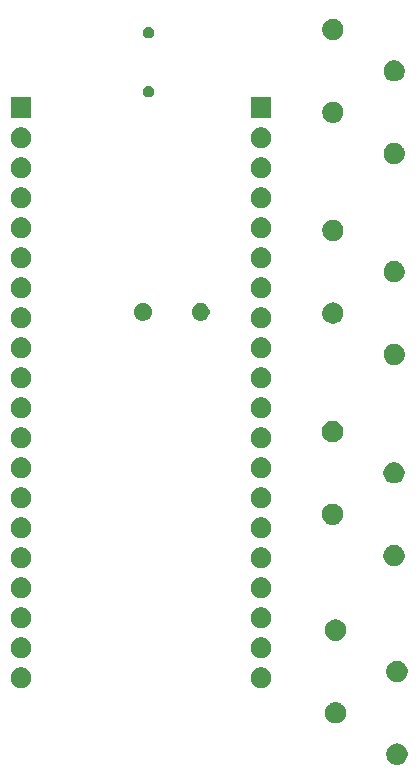
<source format=gbr>
G04 #@! TF.GenerationSoftware,KiCad,Pcbnew,(5.1.4)-1*
G04 #@! TF.CreationDate,2023-08-30T15:36:27+02:00*
G04 #@! TF.ProjectId,BeeWeight_MKRWAN_V4,42656557-6569-4676-9874-5f4d4b525741,V4*
G04 #@! TF.SameCoordinates,Original*
G04 #@! TF.FileFunction,Soldermask,Bot*
G04 #@! TF.FilePolarity,Negative*
%FSLAX46Y46*%
G04 Gerber Fmt 4.6, Leading zero omitted, Abs format (unit mm)*
G04 Created by KiCad (PCBNEW (5.1.4)-1) date 2023-08-30 15:36:27*
%MOMM*%
%LPD*%
G04 APERTURE LIST*
%ADD10C,0.100000*%
G04 APERTURE END LIST*
D10*
G36*
X185003581Y-112716293D02*
G01*
X185090520Y-112733586D01*
X185254310Y-112801430D01*
X185254312Y-112801431D01*
X185328014Y-112850677D01*
X185401717Y-112899924D01*
X185527076Y-113025283D01*
X185625570Y-113172690D01*
X185693414Y-113336480D01*
X185728000Y-113510358D01*
X185728000Y-113687642D01*
X185693414Y-113861520D01*
X185625570Y-114025310D01*
X185527076Y-114172717D01*
X185401717Y-114298076D01*
X185328013Y-114347323D01*
X185254312Y-114396569D01*
X185254311Y-114396570D01*
X185254310Y-114396570D01*
X185090520Y-114464414D01*
X185003581Y-114481707D01*
X184916644Y-114499000D01*
X184739356Y-114499000D01*
X184652419Y-114481707D01*
X184565480Y-114464414D01*
X184401690Y-114396570D01*
X184401689Y-114396570D01*
X184401688Y-114396569D01*
X184327987Y-114347323D01*
X184254283Y-114298076D01*
X184128924Y-114172717D01*
X184030430Y-114025310D01*
X183962586Y-113861520D01*
X183928000Y-113687642D01*
X183928000Y-113510358D01*
X183962586Y-113336480D01*
X184030430Y-113172690D01*
X184128924Y-113025283D01*
X184254283Y-112899924D01*
X184327986Y-112850677D01*
X184401688Y-112801431D01*
X184401690Y-112801430D01*
X184565480Y-112733586D01*
X184652419Y-112716293D01*
X184739356Y-112699000D01*
X184916644Y-112699000D01*
X185003581Y-112716293D01*
X185003581Y-112716293D01*
G37*
G36*
X179803581Y-109216293D02*
G01*
X179890520Y-109233586D01*
X180054310Y-109301430D01*
X180054312Y-109301431D01*
X180128013Y-109350677D01*
X180201717Y-109399924D01*
X180327076Y-109525283D01*
X180425570Y-109672690D01*
X180493414Y-109836480D01*
X180528000Y-110010358D01*
X180528000Y-110187642D01*
X180493414Y-110361520D01*
X180425570Y-110525310D01*
X180327076Y-110672717D01*
X180201717Y-110798076D01*
X180128014Y-110847323D01*
X180054312Y-110896569D01*
X180054311Y-110896570D01*
X180054310Y-110896570D01*
X179890520Y-110964414D01*
X179803581Y-110981707D01*
X179716644Y-110999000D01*
X179539356Y-110999000D01*
X179452419Y-110981707D01*
X179365480Y-110964414D01*
X179201690Y-110896570D01*
X179201689Y-110896570D01*
X179201688Y-110896569D01*
X179127987Y-110847323D01*
X179054283Y-110798076D01*
X178928924Y-110672717D01*
X178830430Y-110525310D01*
X178762586Y-110361520D01*
X178728000Y-110187642D01*
X178728000Y-110010358D01*
X178762586Y-109836480D01*
X178830430Y-109672690D01*
X178928924Y-109525283D01*
X179054283Y-109399924D01*
X179127987Y-109350677D01*
X179201688Y-109301431D01*
X179201690Y-109301430D01*
X179365480Y-109233586D01*
X179452419Y-109216293D01*
X179539356Y-109199000D01*
X179716644Y-109199000D01*
X179803581Y-109216293D01*
X179803581Y-109216293D01*
G37*
G36*
X153172070Y-106264947D02*
G01*
X153257270Y-106281894D01*
X153417784Y-106348381D01*
X153562242Y-106444906D01*
X153685094Y-106567758D01*
X153781619Y-106712216D01*
X153848106Y-106872730D01*
X153848106Y-106872732D01*
X153878456Y-107025310D01*
X153882000Y-107043131D01*
X153882000Y-107216869D01*
X153848106Y-107387270D01*
X153781619Y-107547784D01*
X153685094Y-107692242D01*
X153562242Y-107815094D01*
X153417784Y-107911619D01*
X153257270Y-107978106D01*
X153172070Y-107995053D01*
X153086871Y-108012000D01*
X152913129Y-108012000D01*
X152827930Y-107995053D01*
X152742730Y-107978106D01*
X152582216Y-107911619D01*
X152437758Y-107815094D01*
X152314906Y-107692242D01*
X152218381Y-107547784D01*
X152151894Y-107387270D01*
X152118000Y-107216869D01*
X152118000Y-107043131D01*
X152121545Y-107025310D01*
X152151894Y-106872732D01*
X152151894Y-106872730D01*
X152218381Y-106712216D01*
X152314906Y-106567758D01*
X152437758Y-106444906D01*
X152582216Y-106348381D01*
X152742730Y-106281894D01*
X152827930Y-106264947D01*
X152913129Y-106248000D01*
X153086871Y-106248000D01*
X153172070Y-106264947D01*
X153172070Y-106264947D01*
G37*
G36*
X173492070Y-106264947D02*
G01*
X173577270Y-106281894D01*
X173737784Y-106348381D01*
X173882242Y-106444906D01*
X174005094Y-106567758D01*
X174101619Y-106712216D01*
X174168106Y-106872730D01*
X174168106Y-106872732D01*
X174198456Y-107025310D01*
X174202000Y-107043131D01*
X174202000Y-107216869D01*
X174168106Y-107387270D01*
X174101619Y-107547784D01*
X174005094Y-107692242D01*
X173882242Y-107815094D01*
X173737784Y-107911619D01*
X173577270Y-107978106D01*
X173492070Y-107995053D01*
X173406871Y-108012000D01*
X173233129Y-108012000D01*
X173147930Y-107995053D01*
X173062730Y-107978106D01*
X172902216Y-107911619D01*
X172757758Y-107815094D01*
X172634906Y-107692242D01*
X172538381Y-107547784D01*
X172471894Y-107387270D01*
X172438000Y-107216869D01*
X172438000Y-107043131D01*
X172441545Y-107025310D01*
X172471894Y-106872732D01*
X172471894Y-106872730D01*
X172538381Y-106712216D01*
X172634906Y-106567758D01*
X172757758Y-106444906D01*
X172902216Y-106348381D01*
X173062730Y-106281894D01*
X173147930Y-106264947D01*
X173233129Y-106248000D01*
X173406871Y-106248000D01*
X173492070Y-106264947D01*
X173492070Y-106264947D01*
G37*
G36*
X185003581Y-105716293D02*
G01*
X185090520Y-105733586D01*
X185254310Y-105801430D01*
X185254312Y-105801431D01*
X185328013Y-105850677D01*
X185401717Y-105899924D01*
X185527076Y-106025283D01*
X185625570Y-106172690D01*
X185693414Y-106336480D01*
X185728000Y-106510358D01*
X185728000Y-106687642D01*
X185693414Y-106861520D01*
X185625570Y-107025310D01*
X185625569Y-107025312D01*
X185576323Y-107099014D01*
X185527076Y-107172717D01*
X185401717Y-107298076D01*
X185328013Y-107347323D01*
X185254312Y-107396569D01*
X185254311Y-107396570D01*
X185254310Y-107396570D01*
X185090520Y-107464414D01*
X185003581Y-107481707D01*
X184916644Y-107499000D01*
X184739356Y-107499000D01*
X184652419Y-107481707D01*
X184565480Y-107464414D01*
X184401690Y-107396570D01*
X184401689Y-107396570D01*
X184401688Y-107396569D01*
X184327987Y-107347323D01*
X184254283Y-107298076D01*
X184128924Y-107172717D01*
X184079677Y-107099013D01*
X184030431Y-107025312D01*
X184030430Y-107025310D01*
X183962586Y-106861520D01*
X183928000Y-106687642D01*
X183928000Y-106510358D01*
X183962586Y-106336480D01*
X184030430Y-106172690D01*
X184128924Y-106025283D01*
X184254283Y-105899924D01*
X184327987Y-105850677D01*
X184401688Y-105801431D01*
X184401690Y-105801430D01*
X184565480Y-105733586D01*
X184652419Y-105716293D01*
X184739356Y-105699000D01*
X184916644Y-105699000D01*
X185003581Y-105716293D01*
X185003581Y-105716293D01*
G37*
G36*
X173492070Y-103724947D02*
G01*
X173577270Y-103741894D01*
X173737784Y-103808381D01*
X173882242Y-103904906D01*
X174005094Y-104027758D01*
X174101619Y-104172216D01*
X174168106Y-104332730D01*
X174202000Y-104503131D01*
X174202000Y-104676869D01*
X174168106Y-104847270D01*
X174101619Y-105007784D01*
X174005094Y-105152242D01*
X173882242Y-105275094D01*
X173737784Y-105371619D01*
X173577270Y-105438106D01*
X173492069Y-105455053D01*
X173406871Y-105472000D01*
X173233129Y-105472000D01*
X173147931Y-105455053D01*
X173062730Y-105438106D01*
X172902216Y-105371619D01*
X172757758Y-105275094D01*
X172634906Y-105152242D01*
X172538381Y-105007784D01*
X172471894Y-104847270D01*
X172438000Y-104676869D01*
X172438000Y-104503131D01*
X172471894Y-104332730D01*
X172538381Y-104172216D01*
X172634906Y-104027758D01*
X172757758Y-103904906D01*
X172902216Y-103808381D01*
X173062730Y-103741894D01*
X173147930Y-103724947D01*
X173233129Y-103708000D01*
X173406871Y-103708000D01*
X173492070Y-103724947D01*
X173492070Y-103724947D01*
G37*
G36*
X153172070Y-103724947D02*
G01*
X153257270Y-103741894D01*
X153417784Y-103808381D01*
X153562242Y-103904906D01*
X153685094Y-104027758D01*
X153781619Y-104172216D01*
X153848106Y-104332730D01*
X153882000Y-104503131D01*
X153882000Y-104676869D01*
X153848106Y-104847270D01*
X153781619Y-105007784D01*
X153685094Y-105152242D01*
X153562242Y-105275094D01*
X153417784Y-105371619D01*
X153257270Y-105438106D01*
X153172069Y-105455053D01*
X153086871Y-105472000D01*
X152913129Y-105472000D01*
X152827931Y-105455053D01*
X152742730Y-105438106D01*
X152582216Y-105371619D01*
X152437758Y-105275094D01*
X152314906Y-105152242D01*
X152218381Y-105007784D01*
X152151894Y-104847270D01*
X152118000Y-104676869D01*
X152118000Y-104503131D01*
X152151894Y-104332730D01*
X152218381Y-104172216D01*
X152314906Y-104027758D01*
X152437758Y-103904906D01*
X152582216Y-103808381D01*
X152742730Y-103741894D01*
X152827930Y-103724947D01*
X152913129Y-103708000D01*
X153086871Y-103708000D01*
X153172070Y-103724947D01*
X153172070Y-103724947D01*
G37*
G36*
X179803581Y-102216293D02*
G01*
X179890520Y-102233586D01*
X180054310Y-102301430D01*
X180054312Y-102301431D01*
X180128013Y-102350677D01*
X180201717Y-102399924D01*
X180327076Y-102525283D01*
X180425570Y-102672690D01*
X180493414Y-102836480D01*
X180528000Y-103010358D01*
X180528000Y-103187642D01*
X180493414Y-103361520D01*
X180425570Y-103525310D01*
X180327076Y-103672717D01*
X180201717Y-103798076D01*
X180186294Y-103808381D01*
X180054312Y-103896569D01*
X180054311Y-103896570D01*
X180054310Y-103896570D01*
X179890520Y-103964414D01*
X179803581Y-103981707D01*
X179716644Y-103999000D01*
X179539356Y-103999000D01*
X179452419Y-103981707D01*
X179365480Y-103964414D01*
X179201690Y-103896570D01*
X179201689Y-103896570D01*
X179201688Y-103896569D01*
X179069706Y-103808381D01*
X179054283Y-103798076D01*
X178928924Y-103672717D01*
X178830430Y-103525310D01*
X178762586Y-103361520D01*
X178728000Y-103187642D01*
X178728000Y-103010358D01*
X178762586Y-102836480D01*
X178830430Y-102672690D01*
X178928924Y-102525283D01*
X179054283Y-102399924D01*
X179127987Y-102350677D01*
X179201688Y-102301431D01*
X179201690Y-102301430D01*
X179365480Y-102233586D01*
X179452419Y-102216293D01*
X179539356Y-102199000D01*
X179716644Y-102199000D01*
X179803581Y-102216293D01*
X179803581Y-102216293D01*
G37*
G36*
X153172070Y-101184947D02*
G01*
X153257270Y-101201894D01*
X153417784Y-101268381D01*
X153562242Y-101364906D01*
X153685094Y-101487758D01*
X153781619Y-101632216D01*
X153848106Y-101792730D01*
X153882000Y-101963131D01*
X153882000Y-102136869D01*
X153848106Y-102307270D01*
X153781619Y-102467784D01*
X153685094Y-102612242D01*
X153562242Y-102735094D01*
X153417784Y-102831619D01*
X153257270Y-102898106D01*
X153172069Y-102915053D01*
X153086871Y-102932000D01*
X152913129Y-102932000D01*
X152827931Y-102915053D01*
X152742730Y-102898106D01*
X152582216Y-102831619D01*
X152437758Y-102735094D01*
X152314906Y-102612242D01*
X152218381Y-102467784D01*
X152151894Y-102307270D01*
X152118000Y-102136869D01*
X152118000Y-101963131D01*
X152151894Y-101792730D01*
X152218381Y-101632216D01*
X152314906Y-101487758D01*
X152437758Y-101364906D01*
X152582216Y-101268381D01*
X152742730Y-101201894D01*
X152827930Y-101184947D01*
X152913129Y-101168000D01*
X153086871Y-101168000D01*
X153172070Y-101184947D01*
X153172070Y-101184947D01*
G37*
G36*
X173492070Y-101184947D02*
G01*
X173577270Y-101201894D01*
X173737784Y-101268381D01*
X173882242Y-101364906D01*
X174005094Y-101487758D01*
X174101619Y-101632216D01*
X174168106Y-101792730D01*
X174202000Y-101963131D01*
X174202000Y-102136869D01*
X174168106Y-102307270D01*
X174101619Y-102467784D01*
X174005094Y-102612242D01*
X173882242Y-102735094D01*
X173737784Y-102831619D01*
X173577270Y-102898106D01*
X173492069Y-102915053D01*
X173406871Y-102932000D01*
X173233129Y-102932000D01*
X173147931Y-102915053D01*
X173062730Y-102898106D01*
X172902216Y-102831619D01*
X172757758Y-102735094D01*
X172634906Y-102612242D01*
X172538381Y-102467784D01*
X172471894Y-102307270D01*
X172438000Y-102136869D01*
X172438000Y-101963131D01*
X172471894Y-101792730D01*
X172538381Y-101632216D01*
X172634906Y-101487758D01*
X172757758Y-101364906D01*
X172902216Y-101268381D01*
X173062730Y-101201894D01*
X173147930Y-101184947D01*
X173233129Y-101168000D01*
X173406871Y-101168000D01*
X173492070Y-101184947D01*
X173492070Y-101184947D01*
G37*
G36*
X153172069Y-98644947D02*
G01*
X153257270Y-98661894D01*
X153417784Y-98728381D01*
X153562242Y-98824906D01*
X153685094Y-98947758D01*
X153781619Y-99092216D01*
X153848106Y-99252730D01*
X153882000Y-99423131D01*
X153882000Y-99596869D01*
X153848106Y-99767270D01*
X153781619Y-99927784D01*
X153685094Y-100072242D01*
X153562242Y-100195094D01*
X153417784Y-100291619D01*
X153257270Y-100358106D01*
X153172069Y-100375053D01*
X153086871Y-100392000D01*
X152913129Y-100392000D01*
X152827930Y-100375053D01*
X152742730Y-100358106D01*
X152582216Y-100291619D01*
X152437758Y-100195094D01*
X152314906Y-100072242D01*
X152218381Y-99927784D01*
X152151894Y-99767270D01*
X152118000Y-99596869D01*
X152118000Y-99423131D01*
X152151894Y-99252730D01*
X152218381Y-99092216D01*
X152314906Y-98947758D01*
X152437758Y-98824906D01*
X152582216Y-98728381D01*
X152742730Y-98661894D01*
X152827930Y-98644947D01*
X152913129Y-98628000D01*
X153086871Y-98628000D01*
X153172069Y-98644947D01*
X153172069Y-98644947D01*
G37*
G36*
X173492069Y-98644947D02*
G01*
X173577270Y-98661894D01*
X173737784Y-98728381D01*
X173882242Y-98824906D01*
X174005094Y-98947758D01*
X174101619Y-99092216D01*
X174168106Y-99252730D01*
X174202000Y-99423131D01*
X174202000Y-99596869D01*
X174168106Y-99767270D01*
X174101619Y-99927784D01*
X174005094Y-100072242D01*
X173882242Y-100195094D01*
X173737784Y-100291619D01*
X173577270Y-100358106D01*
X173492069Y-100375053D01*
X173406871Y-100392000D01*
X173233129Y-100392000D01*
X173147930Y-100375053D01*
X173062730Y-100358106D01*
X172902216Y-100291619D01*
X172757758Y-100195094D01*
X172634906Y-100072242D01*
X172538381Y-99927784D01*
X172471894Y-99767270D01*
X172438000Y-99596869D01*
X172438000Y-99423131D01*
X172471894Y-99252730D01*
X172538381Y-99092216D01*
X172634906Y-98947758D01*
X172757758Y-98824906D01*
X172902216Y-98728381D01*
X173062730Y-98661894D01*
X173147930Y-98644947D01*
X173233129Y-98628000D01*
X173406871Y-98628000D01*
X173492069Y-98644947D01*
X173492069Y-98644947D01*
G37*
G36*
X173492070Y-96104947D02*
G01*
X173577270Y-96121894D01*
X173737784Y-96188381D01*
X173882242Y-96284906D01*
X174005094Y-96407758D01*
X174101619Y-96552216D01*
X174168106Y-96712730D01*
X174168106Y-96712732D01*
X174199954Y-96872842D01*
X174202000Y-96883131D01*
X174202000Y-97056869D01*
X174168106Y-97227270D01*
X174101619Y-97387784D01*
X174005094Y-97532242D01*
X173882242Y-97655094D01*
X173737784Y-97751619D01*
X173577270Y-97818106D01*
X173492069Y-97835053D01*
X173406871Y-97852000D01*
X173233129Y-97852000D01*
X173147931Y-97835053D01*
X173062730Y-97818106D01*
X172902216Y-97751619D01*
X172757758Y-97655094D01*
X172634906Y-97532242D01*
X172538381Y-97387784D01*
X172471894Y-97227270D01*
X172438000Y-97056869D01*
X172438000Y-96883131D01*
X172440047Y-96872842D01*
X172471894Y-96712732D01*
X172471894Y-96712730D01*
X172538381Y-96552216D01*
X172634906Y-96407758D01*
X172757758Y-96284906D01*
X172902216Y-96188381D01*
X173062730Y-96121894D01*
X173147930Y-96104947D01*
X173233129Y-96088000D01*
X173406871Y-96088000D01*
X173492070Y-96104947D01*
X173492070Y-96104947D01*
G37*
G36*
X153172070Y-96104947D02*
G01*
X153257270Y-96121894D01*
X153417784Y-96188381D01*
X153562242Y-96284906D01*
X153685094Y-96407758D01*
X153781619Y-96552216D01*
X153848106Y-96712730D01*
X153848106Y-96712732D01*
X153879954Y-96872842D01*
X153882000Y-96883131D01*
X153882000Y-97056869D01*
X153848106Y-97227270D01*
X153781619Y-97387784D01*
X153685094Y-97532242D01*
X153562242Y-97655094D01*
X153417784Y-97751619D01*
X153257270Y-97818106D01*
X153172069Y-97835053D01*
X153086871Y-97852000D01*
X152913129Y-97852000D01*
X152827931Y-97835053D01*
X152742730Y-97818106D01*
X152582216Y-97751619D01*
X152437758Y-97655094D01*
X152314906Y-97532242D01*
X152218381Y-97387784D01*
X152151894Y-97227270D01*
X152118000Y-97056869D01*
X152118000Y-96883131D01*
X152120047Y-96872842D01*
X152151894Y-96712732D01*
X152151894Y-96712730D01*
X152218381Y-96552216D01*
X152314906Y-96407758D01*
X152437758Y-96284906D01*
X152582216Y-96188381D01*
X152742730Y-96121894D01*
X152827930Y-96104947D01*
X152913129Y-96088000D01*
X153086871Y-96088000D01*
X153172070Y-96104947D01*
X153172070Y-96104947D01*
G37*
G36*
X184753581Y-95901493D02*
G01*
X184840520Y-95918786D01*
X185004310Y-95986630D01*
X185004312Y-95986631D01*
X185078014Y-96035877D01*
X185151717Y-96085124D01*
X185277076Y-96210483D01*
X185375570Y-96357890D01*
X185443414Y-96521680D01*
X185449488Y-96552216D01*
X185478000Y-96695556D01*
X185478000Y-96872844D01*
X185460707Y-96959781D01*
X185443414Y-97046720D01*
X185439209Y-97056871D01*
X185375569Y-97210512D01*
X185326323Y-97284214D01*
X185277076Y-97357917D01*
X185151717Y-97483276D01*
X185078437Y-97532240D01*
X185004312Y-97581769D01*
X185004311Y-97581770D01*
X185004310Y-97581770D01*
X184840520Y-97649614D01*
X184753581Y-97666907D01*
X184666644Y-97684200D01*
X184489356Y-97684200D01*
X184402419Y-97666907D01*
X184315480Y-97649614D01*
X184151690Y-97581770D01*
X184151689Y-97581770D01*
X184151688Y-97581769D01*
X184077563Y-97532240D01*
X184004283Y-97483276D01*
X183878924Y-97357917D01*
X183829677Y-97284214D01*
X183780431Y-97210512D01*
X183716791Y-97056871D01*
X183712586Y-97046720D01*
X183695293Y-96959781D01*
X183678000Y-96872844D01*
X183678000Y-96695556D01*
X183706512Y-96552216D01*
X183712586Y-96521680D01*
X183780430Y-96357890D01*
X183878924Y-96210483D01*
X184004283Y-96085124D01*
X184077986Y-96035877D01*
X184151688Y-95986631D01*
X184151690Y-95986630D01*
X184315480Y-95918786D01*
X184402419Y-95901493D01*
X184489356Y-95884200D01*
X184666644Y-95884200D01*
X184753581Y-95901493D01*
X184753581Y-95901493D01*
G37*
G36*
X173492070Y-93564947D02*
G01*
X173577270Y-93581894D01*
X173737784Y-93648381D01*
X173882242Y-93744906D01*
X174005094Y-93867758D01*
X174101619Y-94012216D01*
X174168106Y-94172730D01*
X174202000Y-94343131D01*
X174202000Y-94516869D01*
X174168106Y-94687270D01*
X174101619Y-94847784D01*
X174005094Y-94992242D01*
X173882242Y-95115094D01*
X173737784Y-95211619D01*
X173577270Y-95278106D01*
X173492069Y-95295053D01*
X173406871Y-95312000D01*
X173233129Y-95312000D01*
X173147931Y-95295053D01*
X173062730Y-95278106D01*
X172902216Y-95211619D01*
X172757758Y-95115094D01*
X172634906Y-94992242D01*
X172538381Y-94847784D01*
X172471894Y-94687270D01*
X172438000Y-94516869D01*
X172438000Y-94343131D01*
X172471894Y-94172730D01*
X172538381Y-94012216D01*
X172634906Y-93867758D01*
X172757758Y-93744906D01*
X172902216Y-93648381D01*
X173062730Y-93581894D01*
X173147930Y-93564947D01*
X173233129Y-93548000D01*
X173406871Y-93548000D01*
X173492070Y-93564947D01*
X173492070Y-93564947D01*
G37*
G36*
X153172070Y-93564947D02*
G01*
X153257270Y-93581894D01*
X153417784Y-93648381D01*
X153562242Y-93744906D01*
X153685094Y-93867758D01*
X153781619Y-94012216D01*
X153848106Y-94172730D01*
X153882000Y-94343131D01*
X153882000Y-94516869D01*
X153848106Y-94687270D01*
X153781619Y-94847784D01*
X153685094Y-94992242D01*
X153562242Y-95115094D01*
X153417784Y-95211619D01*
X153257270Y-95278106D01*
X153172069Y-95295053D01*
X153086871Y-95312000D01*
X152913129Y-95312000D01*
X152827931Y-95295053D01*
X152742730Y-95278106D01*
X152582216Y-95211619D01*
X152437758Y-95115094D01*
X152314906Y-94992242D01*
X152218381Y-94847784D01*
X152151894Y-94687270D01*
X152118000Y-94516869D01*
X152118000Y-94343131D01*
X152151894Y-94172730D01*
X152218381Y-94012216D01*
X152314906Y-93867758D01*
X152437758Y-93744906D01*
X152582216Y-93648381D01*
X152742730Y-93581894D01*
X152827930Y-93564947D01*
X152913129Y-93548000D01*
X153086871Y-93548000D01*
X153172070Y-93564947D01*
X153172070Y-93564947D01*
G37*
G36*
X179553581Y-92401493D02*
G01*
X179640520Y-92418786D01*
X179804310Y-92486630D01*
X179804312Y-92486631D01*
X179878013Y-92535877D01*
X179951717Y-92585124D01*
X180077076Y-92710483D01*
X180175570Y-92857890D01*
X180243414Y-93021680D01*
X180278000Y-93195558D01*
X180278000Y-93372842D01*
X180243414Y-93546720D01*
X180201304Y-93648382D01*
X180175569Y-93710512D01*
X180126323Y-93784214D01*
X180077076Y-93857917D01*
X179951717Y-93983276D01*
X179908405Y-94012216D01*
X179804312Y-94081769D01*
X179804311Y-94081770D01*
X179804310Y-94081770D01*
X179640520Y-94149614D01*
X179553581Y-94166907D01*
X179466644Y-94184200D01*
X179289356Y-94184200D01*
X179202419Y-94166907D01*
X179115480Y-94149614D01*
X178951690Y-94081770D01*
X178951689Y-94081770D01*
X178951688Y-94081769D01*
X178847595Y-94012216D01*
X178804283Y-93983276D01*
X178678924Y-93857917D01*
X178629677Y-93784214D01*
X178580431Y-93710512D01*
X178554696Y-93648382D01*
X178512586Y-93546720D01*
X178478000Y-93372842D01*
X178478000Y-93195558D01*
X178512586Y-93021680D01*
X178580430Y-92857890D01*
X178678924Y-92710483D01*
X178804283Y-92585124D01*
X178877987Y-92535877D01*
X178951688Y-92486631D01*
X178951690Y-92486630D01*
X179115480Y-92418786D01*
X179202419Y-92401493D01*
X179289356Y-92384200D01*
X179466644Y-92384200D01*
X179553581Y-92401493D01*
X179553581Y-92401493D01*
G37*
G36*
X173492070Y-91024947D02*
G01*
X173577270Y-91041894D01*
X173737784Y-91108381D01*
X173882242Y-91204906D01*
X174005094Y-91327758D01*
X174101619Y-91472216D01*
X174168106Y-91632730D01*
X174202000Y-91803131D01*
X174202000Y-91976869D01*
X174168106Y-92147270D01*
X174101619Y-92307784D01*
X174005094Y-92452242D01*
X173882242Y-92575094D01*
X173737784Y-92671619D01*
X173577270Y-92738106D01*
X173492069Y-92755053D01*
X173406871Y-92772000D01*
X173233129Y-92772000D01*
X173147931Y-92755053D01*
X173062730Y-92738106D01*
X172902216Y-92671619D01*
X172757758Y-92575094D01*
X172634906Y-92452242D01*
X172538381Y-92307784D01*
X172471894Y-92147270D01*
X172438000Y-91976869D01*
X172438000Y-91803131D01*
X172471894Y-91632730D01*
X172538381Y-91472216D01*
X172634906Y-91327758D01*
X172757758Y-91204906D01*
X172902216Y-91108381D01*
X173062730Y-91041894D01*
X173147930Y-91024947D01*
X173233129Y-91008000D01*
X173406871Y-91008000D01*
X173492070Y-91024947D01*
X173492070Y-91024947D01*
G37*
G36*
X153172070Y-91024947D02*
G01*
X153257270Y-91041894D01*
X153417784Y-91108381D01*
X153562242Y-91204906D01*
X153685094Y-91327758D01*
X153781619Y-91472216D01*
X153848106Y-91632730D01*
X153882000Y-91803131D01*
X153882000Y-91976869D01*
X153848106Y-92147270D01*
X153781619Y-92307784D01*
X153685094Y-92452242D01*
X153562242Y-92575094D01*
X153417784Y-92671619D01*
X153257270Y-92738106D01*
X153172069Y-92755053D01*
X153086871Y-92772000D01*
X152913129Y-92772000D01*
X152827931Y-92755053D01*
X152742730Y-92738106D01*
X152582216Y-92671619D01*
X152437758Y-92575094D01*
X152314906Y-92452242D01*
X152218381Y-92307784D01*
X152151894Y-92147270D01*
X152118000Y-91976869D01*
X152118000Y-91803131D01*
X152151894Y-91632730D01*
X152218381Y-91472216D01*
X152314906Y-91327758D01*
X152437758Y-91204906D01*
X152582216Y-91108381D01*
X152742730Y-91041894D01*
X152827930Y-91024947D01*
X152913129Y-91008000D01*
X153086871Y-91008000D01*
X153172070Y-91024947D01*
X153172070Y-91024947D01*
G37*
G36*
X184753581Y-88901493D02*
G01*
X184840520Y-88918786D01*
X185004310Y-88986630D01*
X185004312Y-88986631D01*
X185078013Y-89035877D01*
X185151717Y-89085124D01*
X185277076Y-89210483D01*
X185375570Y-89357890D01*
X185443414Y-89521680D01*
X185443414Y-89521682D01*
X185478000Y-89695556D01*
X185478000Y-89872844D01*
X185470163Y-89912242D01*
X185443414Y-90046720D01*
X185375570Y-90210510D01*
X185277076Y-90357917D01*
X185151717Y-90483276D01*
X185078013Y-90532523D01*
X185004312Y-90581769D01*
X185004311Y-90581770D01*
X185004310Y-90581770D01*
X184840520Y-90649614D01*
X184753581Y-90666907D01*
X184666644Y-90684200D01*
X184489356Y-90684200D01*
X184402419Y-90666907D01*
X184315480Y-90649614D01*
X184151690Y-90581770D01*
X184151689Y-90581770D01*
X184151688Y-90581769D01*
X184077986Y-90532523D01*
X184004283Y-90483276D01*
X183878924Y-90357917D01*
X183780430Y-90210510D01*
X183712586Y-90046720D01*
X183685837Y-89912242D01*
X183678000Y-89872844D01*
X183678000Y-89695556D01*
X183712586Y-89521682D01*
X183712586Y-89521680D01*
X183780430Y-89357890D01*
X183878924Y-89210483D01*
X184004283Y-89085124D01*
X184077987Y-89035877D01*
X184151688Y-88986631D01*
X184151690Y-88986630D01*
X184315480Y-88918786D01*
X184402419Y-88901493D01*
X184489356Y-88884200D01*
X184666644Y-88884200D01*
X184753581Y-88901493D01*
X184753581Y-88901493D01*
G37*
G36*
X173492070Y-88484947D02*
G01*
X173577270Y-88501894D01*
X173737784Y-88568381D01*
X173882242Y-88664906D01*
X174005094Y-88787758D01*
X174101619Y-88932216D01*
X174168106Y-89092730D01*
X174202000Y-89263131D01*
X174202000Y-89436869D01*
X174168106Y-89607270D01*
X174101619Y-89767784D01*
X174005094Y-89912242D01*
X173882242Y-90035094D01*
X173737784Y-90131619D01*
X173577270Y-90198106D01*
X173514909Y-90210510D01*
X173406871Y-90232000D01*
X173233129Y-90232000D01*
X173125091Y-90210510D01*
X173062730Y-90198106D01*
X172902216Y-90131619D01*
X172757758Y-90035094D01*
X172634906Y-89912242D01*
X172538381Y-89767784D01*
X172471894Y-89607270D01*
X172438000Y-89436869D01*
X172438000Y-89263131D01*
X172471894Y-89092730D01*
X172538381Y-88932216D01*
X172634906Y-88787758D01*
X172757758Y-88664906D01*
X172902216Y-88568381D01*
X173062730Y-88501894D01*
X173147930Y-88484947D01*
X173233129Y-88468000D01*
X173406871Y-88468000D01*
X173492070Y-88484947D01*
X173492070Y-88484947D01*
G37*
G36*
X153172070Y-88484947D02*
G01*
X153257270Y-88501894D01*
X153417784Y-88568381D01*
X153562242Y-88664906D01*
X153685094Y-88787758D01*
X153781619Y-88932216D01*
X153848106Y-89092730D01*
X153882000Y-89263131D01*
X153882000Y-89436869D01*
X153848106Y-89607270D01*
X153781619Y-89767784D01*
X153685094Y-89912242D01*
X153562242Y-90035094D01*
X153417784Y-90131619D01*
X153257270Y-90198106D01*
X153194909Y-90210510D01*
X153086871Y-90232000D01*
X152913129Y-90232000D01*
X152805091Y-90210510D01*
X152742730Y-90198106D01*
X152582216Y-90131619D01*
X152437758Y-90035094D01*
X152314906Y-89912242D01*
X152218381Y-89767784D01*
X152151894Y-89607270D01*
X152118000Y-89436869D01*
X152118000Y-89263131D01*
X152151894Y-89092730D01*
X152218381Y-88932216D01*
X152314906Y-88787758D01*
X152437758Y-88664906D01*
X152582216Y-88568381D01*
X152742730Y-88501894D01*
X152827930Y-88484947D01*
X152913129Y-88468000D01*
X153086871Y-88468000D01*
X153172070Y-88484947D01*
X153172070Y-88484947D01*
G37*
G36*
X173492070Y-85944947D02*
G01*
X173577270Y-85961894D01*
X173737784Y-86028381D01*
X173882242Y-86124906D01*
X174005094Y-86247758D01*
X174101619Y-86392216D01*
X174168106Y-86552730D01*
X174202000Y-86723131D01*
X174202000Y-86896869D01*
X174168106Y-87067270D01*
X174101619Y-87227784D01*
X174005094Y-87372242D01*
X173882242Y-87495094D01*
X173737784Y-87591619D01*
X173577270Y-87658106D01*
X173492069Y-87675053D01*
X173406871Y-87692000D01*
X173233129Y-87692000D01*
X173147931Y-87675053D01*
X173062730Y-87658106D01*
X172902216Y-87591619D01*
X172757758Y-87495094D01*
X172634906Y-87372242D01*
X172538381Y-87227784D01*
X172471894Y-87067270D01*
X172438000Y-86896869D01*
X172438000Y-86723131D01*
X172471894Y-86552730D01*
X172538381Y-86392216D01*
X172634906Y-86247758D01*
X172757758Y-86124906D01*
X172902216Y-86028381D01*
X173062730Y-85961894D01*
X173147930Y-85944947D01*
X173233129Y-85928000D01*
X173406871Y-85928000D01*
X173492070Y-85944947D01*
X173492070Y-85944947D01*
G37*
G36*
X153172070Y-85944947D02*
G01*
X153257270Y-85961894D01*
X153417784Y-86028381D01*
X153562242Y-86124906D01*
X153685094Y-86247758D01*
X153781619Y-86392216D01*
X153848106Y-86552730D01*
X153882000Y-86723131D01*
X153882000Y-86896869D01*
X153848106Y-87067270D01*
X153781619Y-87227784D01*
X153685094Y-87372242D01*
X153562242Y-87495094D01*
X153417784Y-87591619D01*
X153257270Y-87658106D01*
X153172069Y-87675053D01*
X153086871Y-87692000D01*
X152913129Y-87692000D01*
X152827931Y-87675053D01*
X152742730Y-87658106D01*
X152582216Y-87591619D01*
X152437758Y-87495094D01*
X152314906Y-87372242D01*
X152218381Y-87227784D01*
X152151894Y-87067270D01*
X152118000Y-86896869D01*
X152118000Y-86723131D01*
X152151894Y-86552730D01*
X152218381Y-86392216D01*
X152314906Y-86247758D01*
X152437758Y-86124906D01*
X152582216Y-86028381D01*
X152742730Y-85961894D01*
X152827930Y-85944947D01*
X152913129Y-85928000D01*
X153086871Y-85928000D01*
X153172070Y-85944947D01*
X153172070Y-85944947D01*
G37*
G36*
X179553581Y-85401493D02*
G01*
X179640520Y-85418786D01*
X179804310Y-85486630D01*
X179804312Y-85486631D01*
X179878014Y-85535877D01*
X179951717Y-85585124D01*
X180077076Y-85710483D01*
X180175570Y-85857890D01*
X180243414Y-86021680D01*
X180243414Y-86021682D01*
X180278000Y-86195556D01*
X180278000Y-86372844D01*
X180260707Y-86459781D01*
X180243414Y-86546720D01*
X180175570Y-86710510D01*
X180175569Y-86710512D01*
X180167137Y-86723131D01*
X180077076Y-86857917D01*
X179951717Y-86983276D01*
X179878014Y-87032523D01*
X179804312Y-87081769D01*
X179804311Y-87081770D01*
X179804310Y-87081770D01*
X179640520Y-87149614D01*
X179553581Y-87166907D01*
X179466644Y-87184200D01*
X179289356Y-87184200D01*
X179202419Y-87166907D01*
X179115480Y-87149614D01*
X178951690Y-87081770D01*
X178951689Y-87081770D01*
X178951688Y-87081769D01*
X178877986Y-87032523D01*
X178804283Y-86983276D01*
X178678924Y-86857917D01*
X178588863Y-86723131D01*
X178580431Y-86710512D01*
X178580430Y-86710510D01*
X178512586Y-86546720D01*
X178495293Y-86459781D01*
X178478000Y-86372844D01*
X178478000Y-86195556D01*
X178512586Y-86021682D01*
X178512586Y-86021680D01*
X178580430Y-85857890D01*
X178678924Y-85710483D01*
X178804283Y-85585124D01*
X178877986Y-85535877D01*
X178951688Y-85486631D01*
X178951690Y-85486630D01*
X179115480Y-85418786D01*
X179202419Y-85401493D01*
X179289356Y-85384200D01*
X179466644Y-85384200D01*
X179553581Y-85401493D01*
X179553581Y-85401493D01*
G37*
G36*
X153172070Y-83404947D02*
G01*
X153257270Y-83421894D01*
X153417784Y-83488381D01*
X153562242Y-83584906D01*
X153685094Y-83707758D01*
X153781619Y-83852216D01*
X153848106Y-84012730D01*
X153882000Y-84183131D01*
X153882000Y-84356869D01*
X153848106Y-84527270D01*
X153781619Y-84687784D01*
X153685094Y-84832242D01*
X153562242Y-84955094D01*
X153417784Y-85051619D01*
X153257270Y-85118106D01*
X153172069Y-85135053D01*
X153086871Y-85152000D01*
X152913129Y-85152000D01*
X152827931Y-85135053D01*
X152742730Y-85118106D01*
X152582216Y-85051619D01*
X152437758Y-84955094D01*
X152314906Y-84832242D01*
X152218381Y-84687784D01*
X152151894Y-84527270D01*
X152118000Y-84356869D01*
X152118000Y-84183131D01*
X152151894Y-84012730D01*
X152218381Y-83852216D01*
X152314906Y-83707758D01*
X152437758Y-83584906D01*
X152582216Y-83488381D01*
X152742730Y-83421894D01*
X152827930Y-83404947D01*
X152913129Y-83388000D01*
X153086871Y-83388000D01*
X153172070Y-83404947D01*
X153172070Y-83404947D01*
G37*
G36*
X173492070Y-83404947D02*
G01*
X173577270Y-83421894D01*
X173737784Y-83488381D01*
X173882242Y-83584906D01*
X174005094Y-83707758D01*
X174101619Y-83852216D01*
X174168106Y-84012730D01*
X174202000Y-84183131D01*
X174202000Y-84356869D01*
X174168106Y-84527270D01*
X174101619Y-84687784D01*
X174005094Y-84832242D01*
X173882242Y-84955094D01*
X173737784Y-85051619D01*
X173577270Y-85118106D01*
X173492069Y-85135053D01*
X173406871Y-85152000D01*
X173233129Y-85152000D01*
X173147931Y-85135053D01*
X173062730Y-85118106D01*
X172902216Y-85051619D01*
X172757758Y-84955094D01*
X172634906Y-84832242D01*
X172538381Y-84687784D01*
X172471894Y-84527270D01*
X172438000Y-84356869D01*
X172438000Y-84183131D01*
X172471894Y-84012730D01*
X172538381Y-83852216D01*
X172634906Y-83707758D01*
X172757758Y-83584906D01*
X172902216Y-83488381D01*
X173062730Y-83421894D01*
X173147930Y-83404947D01*
X173233129Y-83388000D01*
X173406871Y-83388000D01*
X173492070Y-83404947D01*
X173492070Y-83404947D01*
G37*
G36*
X153172070Y-80864947D02*
G01*
X153257270Y-80881894D01*
X153417784Y-80948381D01*
X153562242Y-81044906D01*
X153685094Y-81167758D01*
X153781619Y-81312216D01*
X153848106Y-81472730D01*
X153882000Y-81643131D01*
X153882000Y-81816869D01*
X153848106Y-81987270D01*
X153781619Y-82147784D01*
X153685094Y-82292242D01*
X153562242Y-82415094D01*
X153417784Y-82511619D01*
X153257270Y-82578106D01*
X153172070Y-82595053D01*
X153086871Y-82612000D01*
X152913129Y-82612000D01*
X152827930Y-82595053D01*
X152742730Y-82578106D01*
X152582216Y-82511619D01*
X152437758Y-82415094D01*
X152314906Y-82292242D01*
X152218381Y-82147784D01*
X152151894Y-81987270D01*
X152118000Y-81816869D01*
X152118000Y-81643131D01*
X152151894Y-81472730D01*
X152218381Y-81312216D01*
X152314906Y-81167758D01*
X152437758Y-81044906D01*
X152582216Y-80948381D01*
X152742730Y-80881894D01*
X152827930Y-80864947D01*
X152913129Y-80848000D01*
X153086871Y-80848000D01*
X153172070Y-80864947D01*
X153172070Y-80864947D01*
G37*
G36*
X173492070Y-80864947D02*
G01*
X173577270Y-80881894D01*
X173737784Y-80948381D01*
X173882242Y-81044906D01*
X174005094Y-81167758D01*
X174101619Y-81312216D01*
X174168106Y-81472730D01*
X174202000Y-81643131D01*
X174202000Y-81816869D01*
X174168106Y-81987270D01*
X174101619Y-82147784D01*
X174005094Y-82292242D01*
X173882242Y-82415094D01*
X173737784Y-82511619D01*
X173577270Y-82578106D01*
X173492070Y-82595053D01*
X173406871Y-82612000D01*
X173233129Y-82612000D01*
X173147930Y-82595053D01*
X173062730Y-82578106D01*
X172902216Y-82511619D01*
X172757758Y-82415094D01*
X172634906Y-82292242D01*
X172538381Y-82147784D01*
X172471894Y-81987270D01*
X172438000Y-81816869D01*
X172438000Y-81643131D01*
X172471894Y-81472730D01*
X172538381Y-81312216D01*
X172634906Y-81167758D01*
X172757758Y-81044906D01*
X172902216Y-80948381D01*
X173062730Y-80881894D01*
X173147930Y-80864947D01*
X173233129Y-80848000D01*
X173406871Y-80848000D01*
X173492070Y-80864947D01*
X173492070Y-80864947D01*
G37*
G36*
X184775581Y-78867293D02*
G01*
X184862520Y-78884586D01*
X185026310Y-78952430D01*
X185026312Y-78952431D01*
X185100014Y-79001677D01*
X185173717Y-79050924D01*
X185299076Y-79176283D01*
X185397570Y-79323690D01*
X185465414Y-79487480D01*
X185465414Y-79487482D01*
X185500000Y-79661356D01*
X185500000Y-79838644D01*
X185492749Y-79875095D01*
X185465414Y-80012520D01*
X185397570Y-80176310D01*
X185299076Y-80323717D01*
X185173717Y-80449076D01*
X185100014Y-80498323D01*
X185026312Y-80547569D01*
X185026311Y-80547570D01*
X185026310Y-80547570D01*
X184862520Y-80615414D01*
X184775581Y-80632707D01*
X184688644Y-80650000D01*
X184511356Y-80650000D01*
X184424419Y-80632707D01*
X184337480Y-80615414D01*
X184173690Y-80547570D01*
X184173689Y-80547570D01*
X184173688Y-80547569D01*
X184099986Y-80498323D01*
X184026283Y-80449076D01*
X183900924Y-80323717D01*
X183802430Y-80176310D01*
X183734586Y-80012520D01*
X183707251Y-79875095D01*
X183700000Y-79838644D01*
X183700000Y-79661356D01*
X183734586Y-79487482D01*
X183734586Y-79487480D01*
X183802430Y-79323690D01*
X183900924Y-79176283D01*
X184026283Y-79050924D01*
X184099986Y-79001677D01*
X184173688Y-78952431D01*
X184173690Y-78952430D01*
X184337480Y-78884586D01*
X184424419Y-78867293D01*
X184511356Y-78850000D01*
X184688644Y-78850000D01*
X184775581Y-78867293D01*
X184775581Y-78867293D01*
G37*
G36*
X173492070Y-78324947D02*
G01*
X173577270Y-78341894D01*
X173737784Y-78408381D01*
X173882242Y-78504906D01*
X174005094Y-78627758D01*
X174101619Y-78772216D01*
X174168106Y-78932730D01*
X174185053Y-79017931D01*
X174202000Y-79103129D01*
X174202000Y-79276871D01*
X174192687Y-79323690D01*
X174168106Y-79447270D01*
X174101619Y-79607784D01*
X174005094Y-79752242D01*
X173882242Y-79875094D01*
X173737784Y-79971619D01*
X173577270Y-80038106D01*
X173492069Y-80055053D01*
X173406871Y-80072000D01*
X173233129Y-80072000D01*
X173147931Y-80055053D01*
X173062730Y-80038106D01*
X172902216Y-79971619D01*
X172757758Y-79875094D01*
X172634906Y-79752242D01*
X172538381Y-79607784D01*
X172471894Y-79447270D01*
X172447313Y-79323690D01*
X172438000Y-79276871D01*
X172438000Y-79103129D01*
X172454947Y-79017931D01*
X172471894Y-78932730D01*
X172538381Y-78772216D01*
X172634906Y-78627758D01*
X172757758Y-78504906D01*
X172902216Y-78408381D01*
X173062730Y-78341894D01*
X173147930Y-78324947D01*
X173233129Y-78308000D01*
X173406871Y-78308000D01*
X173492070Y-78324947D01*
X173492070Y-78324947D01*
G37*
G36*
X153172070Y-78324947D02*
G01*
X153257270Y-78341894D01*
X153417784Y-78408381D01*
X153562242Y-78504906D01*
X153685094Y-78627758D01*
X153781619Y-78772216D01*
X153848106Y-78932730D01*
X153865053Y-79017931D01*
X153882000Y-79103129D01*
X153882000Y-79276871D01*
X153872687Y-79323690D01*
X153848106Y-79447270D01*
X153781619Y-79607784D01*
X153685094Y-79752242D01*
X153562242Y-79875094D01*
X153417784Y-79971619D01*
X153257270Y-80038106D01*
X153172069Y-80055053D01*
X153086871Y-80072000D01*
X152913129Y-80072000D01*
X152827931Y-80055053D01*
X152742730Y-80038106D01*
X152582216Y-79971619D01*
X152437758Y-79875094D01*
X152314906Y-79752242D01*
X152218381Y-79607784D01*
X152151894Y-79447270D01*
X152127313Y-79323690D01*
X152118000Y-79276871D01*
X152118000Y-79103129D01*
X152134947Y-79017931D01*
X152151894Y-78932730D01*
X152218381Y-78772216D01*
X152314906Y-78627758D01*
X152437758Y-78504906D01*
X152582216Y-78408381D01*
X152742730Y-78341894D01*
X152827930Y-78324947D01*
X152913129Y-78308000D01*
X153086871Y-78308000D01*
X153172070Y-78324947D01*
X153172070Y-78324947D01*
G37*
G36*
X153172069Y-75784947D02*
G01*
X153257270Y-75801894D01*
X153417784Y-75868381D01*
X153562242Y-75964906D01*
X153685094Y-76087758D01*
X153781619Y-76232216D01*
X153848106Y-76392730D01*
X153848106Y-76392732D01*
X153882000Y-76563129D01*
X153882000Y-76736871D01*
X153865053Y-76822069D01*
X153848106Y-76907270D01*
X153781619Y-77067784D01*
X153685094Y-77212242D01*
X153562242Y-77335094D01*
X153417784Y-77431619D01*
X153257270Y-77498106D01*
X153172069Y-77515053D01*
X153086871Y-77532000D01*
X152913129Y-77532000D01*
X152827931Y-77515053D01*
X152742730Y-77498106D01*
X152582216Y-77431619D01*
X152437758Y-77335094D01*
X152314906Y-77212242D01*
X152218381Y-77067784D01*
X152151894Y-76907270D01*
X152134947Y-76822069D01*
X152118000Y-76736871D01*
X152118000Y-76563129D01*
X152151894Y-76392732D01*
X152151894Y-76392730D01*
X152218381Y-76232216D01*
X152314906Y-76087758D01*
X152437758Y-75964906D01*
X152582216Y-75868381D01*
X152742730Y-75801894D01*
X152827931Y-75784947D01*
X152913129Y-75768000D01*
X153086871Y-75768000D01*
X153172069Y-75784947D01*
X153172069Y-75784947D01*
G37*
G36*
X173492069Y-75784947D02*
G01*
X173577270Y-75801894D01*
X173737784Y-75868381D01*
X173882242Y-75964906D01*
X174005094Y-76087758D01*
X174101619Y-76232216D01*
X174168106Y-76392730D01*
X174168106Y-76392732D01*
X174202000Y-76563129D01*
X174202000Y-76736871D01*
X174185053Y-76822069D01*
X174168106Y-76907270D01*
X174101619Y-77067784D01*
X174005094Y-77212242D01*
X173882242Y-77335094D01*
X173737784Y-77431619D01*
X173577270Y-77498106D01*
X173492069Y-77515053D01*
X173406871Y-77532000D01*
X173233129Y-77532000D01*
X173147931Y-77515053D01*
X173062730Y-77498106D01*
X172902216Y-77431619D01*
X172757758Y-77335094D01*
X172634906Y-77212242D01*
X172538381Y-77067784D01*
X172471894Y-76907270D01*
X172454947Y-76822069D01*
X172438000Y-76736871D01*
X172438000Y-76563129D01*
X172471894Y-76392732D01*
X172471894Y-76392730D01*
X172538381Y-76232216D01*
X172634906Y-76087758D01*
X172757758Y-75964906D01*
X172902216Y-75868381D01*
X173062730Y-75801894D01*
X173147931Y-75784947D01*
X173233129Y-75768000D01*
X173406871Y-75768000D01*
X173492069Y-75784947D01*
X173492069Y-75784947D01*
G37*
G36*
X179575581Y-75367293D02*
G01*
X179662520Y-75384586D01*
X179826310Y-75452430D01*
X179826312Y-75452431D01*
X179859677Y-75474725D01*
X179973717Y-75550924D01*
X180099076Y-75676283D01*
X180099077Y-75676285D01*
X180183007Y-75801894D01*
X180197570Y-75823690D01*
X180265414Y-75987480D01*
X180265414Y-75987482D01*
X180300000Y-76161356D01*
X180300000Y-76338644D01*
X180289241Y-76392732D01*
X180265414Y-76512520D01*
X180197570Y-76676310D01*
X180099076Y-76823717D01*
X179973717Y-76949076D01*
X179900013Y-76998323D01*
X179826312Y-77047569D01*
X179826311Y-77047570D01*
X179826310Y-77047570D01*
X179662520Y-77115414D01*
X179575581Y-77132707D01*
X179488644Y-77150000D01*
X179311356Y-77150000D01*
X179224419Y-77132707D01*
X179137480Y-77115414D01*
X178973690Y-77047570D01*
X178973689Y-77047570D01*
X178973688Y-77047569D01*
X178899987Y-76998323D01*
X178826283Y-76949076D01*
X178700924Y-76823717D01*
X178602430Y-76676310D01*
X178534586Y-76512520D01*
X178510759Y-76392732D01*
X178500000Y-76338644D01*
X178500000Y-76161356D01*
X178534586Y-75987482D01*
X178534586Y-75987480D01*
X178602430Y-75823690D01*
X178616994Y-75801894D01*
X178700923Y-75676285D01*
X178700924Y-75676283D01*
X178826283Y-75550924D01*
X178940323Y-75474725D01*
X178973688Y-75452431D01*
X178973690Y-75452430D01*
X179137480Y-75384586D01*
X179224419Y-75367293D01*
X179311356Y-75350000D01*
X179488644Y-75350000D01*
X179575581Y-75367293D01*
X179575581Y-75367293D01*
G37*
G36*
X168324522Y-75397761D02*
G01*
X168422667Y-75417283D01*
X168561342Y-75474724D01*
X168561344Y-75474725D01*
X168623745Y-75516420D01*
X168686147Y-75558116D01*
X168792284Y-75664253D01*
X168875676Y-75789058D01*
X168933117Y-75927733D01*
X168962400Y-76074950D01*
X168962400Y-76225050D01*
X168933117Y-76372267D01*
X168875676Y-76510942D01*
X168792284Y-76635747D01*
X168686147Y-76741884D01*
X168623744Y-76783580D01*
X168561344Y-76825275D01*
X168561343Y-76825276D01*
X168561342Y-76825276D01*
X168422667Y-76882717D01*
X168324522Y-76902239D01*
X168275451Y-76912000D01*
X168125349Y-76912000D01*
X168076278Y-76902239D01*
X167978133Y-76882717D01*
X167839458Y-76825276D01*
X167839457Y-76825276D01*
X167839456Y-76825275D01*
X167777056Y-76783580D01*
X167714653Y-76741884D01*
X167608516Y-76635747D01*
X167525124Y-76510942D01*
X167467683Y-76372267D01*
X167438400Y-76225050D01*
X167438400Y-76074950D01*
X167467683Y-75927733D01*
X167525124Y-75789058D01*
X167608516Y-75664253D01*
X167714653Y-75558116D01*
X167777056Y-75516420D01*
X167839456Y-75474725D01*
X167839458Y-75474724D01*
X167978133Y-75417283D01*
X168076278Y-75397761D01*
X168125349Y-75388000D01*
X168275451Y-75388000D01*
X168324522Y-75397761D01*
X168324522Y-75397761D01*
G37*
G36*
X163447722Y-75397761D02*
G01*
X163545867Y-75417283D01*
X163684542Y-75474724D01*
X163684544Y-75474725D01*
X163746945Y-75516420D01*
X163809347Y-75558116D01*
X163915484Y-75664253D01*
X163998876Y-75789058D01*
X164056317Y-75927733D01*
X164085600Y-76074950D01*
X164085600Y-76225050D01*
X164056317Y-76372267D01*
X163998876Y-76510942D01*
X163915484Y-76635747D01*
X163809347Y-76741884D01*
X163746944Y-76783580D01*
X163684544Y-76825275D01*
X163684543Y-76825276D01*
X163684542Y-76825276D01*
X163545867Y-76882717D01*
X163447722Y-76902239D01*
X163398651Y-76912000D01*
X163248549Y-76912000D01*
X163199478Y-76902239D01*
X163101333Y-76882717D01*
X162962658Y-76825276D01*
X162962657Y-76825276D01*
X162962656Y-76825275D01*
X162900256Y-76783580D01*
X162837853Y-76741884D01*
X162731716Y-76635747D01*
X162648324Y-76510942D01*
X162590883Y-76372267D01*
X162561600Y-76225050D01*
X162561600Y-76074950D01*
X162590883Y-75927733D01*
X162648324Y-75789058D01*
X162731716Y-75664253D01*
X162837853Y-75558116D01*
X162900256Y-75516420D01*
X162962656Y-75474725D01*
X162962658Y-75474724D01*
X163101333Y-75417283D01*
X163199478Y-75397761D01*
X163248549Y-75388000D01*
X163398651Y-75388000D01*
X163447722Y-75397761D01*
X163447722Y-75397761D01*
G37*
G36*
X173492069Y-73244947D02*
G01*
X173577270Y-73261894D01*
X173737784Y-73328381D01*
X173882242Y-73424906D01*
X174005094Y-73547758D01*
X174101619Y-73692216D01*
X174168106Y-73852730D01*
X174202000Y-74023131D01*
X174202000Y-74196869D01*
X174168106Y-74367270D01*
X174101619Y-74527784D01*
X174005094Y-74672242D01*
X173882242Y-74795094D01*
X173737784Y-74891619D01*
X173577270Y-74958106D01*
X173492069Y-74975053D01*
X173406871Y-74992000D01*
X173233129Y-74992000D01*
X173147931Y-74975053D01*
X173062730Y-74958106D01*
X172902216Y-74891619D01*
X172757758Y-74795094D01*
X172634906Y-74672242D01*
X172538381Y-74527784D01*
X172471894Y-74367270D01*
X172438000Y-74196869D01*
X172438000Y-74023131D01*
X172471894Y-73852730D01*
X172538381Y-73692216D01*
X172634906Y-73547758D01*
X172757758Y-73424906D01*
X172902216Y-73328381D01*
X173062730Y-73261894D01*
X173147931Y-73244947D01*
X173233129Y-73228000D01*
X173406871Y-73228000D01*
X173492069Y-73244947D01*
X173492069Y-73244947D01*
G37*
G36*
X153172069Y-73244947D02*
G01*
X153257270Y-73261894D01*
X153417784Y-73328381D01*
X153562242Y-73424906D01*
X153685094Y-73547758D01*
X153781619Y-73692216D01*
X153848106Y-73852730D01*
X153882000Y-74023131D01*
X153882000Y-74196869D01*
X153848106Y-74367270D01*
X153781619Y-74527784D01*
X153685094Y-74672242D01*
X153562242Y-74795094D01*
X153417784Y-74891619D01*
X153257270Y-74958106D01*
X153172069Y-74975053D01*
X153086871Y-74992000D01*
X152913129Y-74992000D01*
X152827931Y-74975053D01*
X152742730Y-74958106D01*
X152582216Y-74891619D01*
X152437758Y-74795094D01*
X152314906Y-74672242D01*
X152218381Y-74527784D01*
X152151894Y-74367270D01*
X152118000Y-74196869D01*
X152118000Y-74023131D01*
X152151894Y-73852730D01*
X152218381Y-73692216D01*
X152314906Y-73547758D01*
X152437758Y-73424906D01*
X152582216Y-73328381D01*
X152742730Y-73261894D01*
X152827931Y-73244947D01*
X152913129Y-73228000D01*
X153086871Y-73228000D01*
X153172069Y-73244947D01*
X153172069Y-73244947D01*
G37*
G36*
X184775581Y-71867293D02*
G01*
X184862520Y-71884586D01*
X185026310Y-71952430D01*
X185026312Y-71952431D01*
X185079221Y-71987784D01*
X185173717Y-72050924D01*
X185299076Y-72176283D01*
X185397570Y-72323690D01*
X185465414Y-72487480D01*
X185500000Y-72661358D01*
X185500000Y-72838642D01*
X185465414Y-73012520D01*
X185397570Y-73176310D01*
X185299076Y-73323717D01*
X185173717Y-73449076D01*
X185100014Y-73498323D01*
X185026312Y-73547569D01*
X185026311Y-73547570D01*
X185026310Y-73547570D01*
X184862520Y-73615414D01*
X184775581Y-73632707D01*
X184688644Y-73650000D01*
X184511356Y-73650000D01*
X184424419Y-73632707D01*
X184337480Y-73615414D01*
X184173690Y-73547570D01*
X184173689Y-73547570D01*
X184173688Y-73547569D01*
X184099986Y-73498323D01*
X184026283Y-73449076D01*
X183900924Y-73323717D01*
X183802430Y-73176310D01*
X183734586Y-73012520D01*
X183700000Y-72838642D01*
X183700000Y-72661358D01*
X183734586Y-72487480D01*
X183802430Y-72323690D01*
X183900924Y-72176283D01*
X184026283Y-72050924D01*
X184120779Y-71987784D01*
X184173688Y-71952431D01*
X184173690Y-71952430D01*
X184337480Y-71884586D01*
X184424419Y-71867293D01*
X184511356Y-71850000D01*
X184688644Y-71850000D01*
X184775581Y-71867293D01*
X184775581Y-71867293D01*
G37*
G36*
X173492069Y-70704947D02*
G01*
X173577270Y-70721894D01*
X173737784Y-70788381D01*
X173882242Y-70884906D01*
X174005094Y-71007758D01*
X174101619Y-71152216D01*
X174168106Y-71312730D01*
X174202000Y-71483131D01*
X174202000Y-71656869D01*
X174168106Y-71827270D01*
X174101619Y-71987784D01*
X174005094Y-72132242D01*
X173882242Y-72255094D01*
X173737784Y-72351619D01*
X173577270Y-72418106D01*
X173492070Y-72435053D01*
X173406871Y-72452000D01*
X173233129Y-72452000D01*
X173147930Y-72435053D01*
X173062730Y-72418106D01*
X172902216Y-72351619D01*
X172757758Y-72255094D01*
X172634906Y-72132242D01*
X172538381Y-71987784D01*
X172471894Y-71827270D01*
X172438000Y-71656869D01*
X172438000Y-71483131D01*
X172471894Y-71312730D01*
X172538381Y-71152216D01*
X172634906Y-71007758D01*
X172757758Y-70884906D01*
X172902216Y-70788381D01*
X173062730Y-70721894D01*
X173147931Y-70704947D01*
X173233129Y-70688000D01*
X173406871Y-70688000D01*
X173492069Y-70704947D01*
X173492069Y-70704947D01*
G37*
G36*
X153172069Y-70704947D02*
G01*
X153257270Y-70721894D01*
X153417784Y-70788381D01*
X153562242Y-70884906D01*
X153685094Y-71007758D01*
X153781619Y-71152216D01*
X153848106Y-71312730D01*
X153882000Y-71483131D01*
X153882000Y-71656869D01*
X153848106Y-71827270D01*
X153781619Y-71987784D01*
X153685094Y-72132242D01*
X153562242Y-72255094D01*
X153417784Y-72351619D01*
X153257270Y-72418106D01*
X153172070Y-72435053D01*
X153086871Y-72452000D01*
X152913129Y-72452000D01*
X152827930Y-72435053D01*
X152742730Y-72418106D01*
X152582216Y-72351619D01*
X152437758Y-72255094D01*
X152314906Y-72132242D01*
X152218381Y-71987784D01*
X152151894Y-71827270D01*
X152118000Y-71656869D01*
X152118000Y-71483131D01*
X152151894Y-71312730D01*
X152218381Y-71152216D01*
X152314906Y-71007758D01*
X152437758Y-70884906D01*
X152582216Y-70788381D01*
X152742730Y-70721894D01*
X152827931Y-70704947D01*
X152913129Y-70688000D01*
X153086871Y-70688000D01*
X153172069Y-70704947D01*
X153172069Y-70704947D01*
G37*
G36*
X179575581Y-68367293D02*
G01*
X179662520Y-68384586D01*
X179826310Y-68452430D01*
X179826312Y-68452431D01*
X179849250Y-68467758D01*
X179973717Y-68550924D01*
X180099076Y-68676283D01*
X180197570Y-68823690D01*
X180265414Y-68987480D01*
X180300000Y-69161358D01*
X180300000Y-69338642D01*
X180265414Y-69512520D01*
X180232392Y-69592242D01*
X180197569Y-69676312D01*
X180171655Y-69715095D01*
X180099076Y-69823717D01*
X179973717Y-69949076D01*
X179900014Y-69998323D01*
X179826312Y-70047569D01*
X179826311Y-70047570D01*
X179826310Y-70047570D01*
X179662520Y-70115414D01*
X179575581Y-70132707D01*
X179488644Y-70150000D01*
X179311356Y-70150000D01*
X179224419Y-70132707D01*
X179137480Y-70115414D01*
X178973690Y-70047570D01*
X178973689Y-70047570D01*
X178973688Y-70047569D01*
X178899986Y-69998323D01*
X178826283Y-69949076D01*
X178700924Y-69823717D01*
X178628345Y-69715095D01*
X178602431Y-69676312D01*
X178567608Y-69592242D01*
X178534586Y-69512520D01*
X178500000Y-69338642D01*
X178500000Y-69161358D01*
X178534586Y-68987480D01*
X178602430Y-68823690D01*
X178700924Y-68676283D01*
X178826283Y-68550924D01*
X178950750Y-68467758D01*
X178973688Y-68452431D01*
X178973690Y-68452430D01*
X179137480Y-68384586D01*
X179224419Y-68367293D01*
X179311356Y-68350000D01*
X179488644Y-68350000D01*
X179575581Y-68367293D01*
X179575581Y-68367293D01*
G37*
G36*
X173492069Y-68164947D02*
G01*
X173577270Y-68181894D01*
X173737784Y-68248381D01*
X173882242Y-68344906D01*
X174005094Y-68467758D01*
X174101619Y-68612216D01*
X174168106Y-68772730D01*
X174202000Y-68943131D01*
X174202000Y-69116869D01*
X174168106Y-69287270D01*
X174101619Y-69447784D01*
X174005094Y-69592242D01*
X173882242Y-69715094D01*
X173737784Y-69811619D01*
X173577270Y-69878106D01*
X173492070Y-69895053D01*
X173406871Y-69912000D01*
X173233129Y-69912000D01*
X173147930Y-69895053D01*
X173062730Y-69878106D01*
X172902216Y-69811619D01*
X172757758Y-69715094D01*
X172634906Y-69592242D01*
X172538381Y-69447784D01*
X172471894Y-69287270D01*
X172438000Y-69116869D01*
X172438000Y-68943131D01*
X172471894Y-68772730D01*
X172538381Y-68612216D01*
X172634906Y-68467758D01*
X172757758Y-68344906D01*
X172902216Y-68248381D01*
X173062730Y-68181894D01*
X173147931Y-68164947D01*
X173233129Y-68148000D01*
X173406871Y-68148000D01*
X173492069Y-68164947D01*
X173492069Y-68164947D01*
G37*
G36*
X153172069Y-68164947D02*
G01*
X153257270Y-68181894D01*
X153417784Y-68248381D01*
X153562242Y-68344906D01*
X153685094Y-68467758D01*
X153781619Y-68612216D01*
X153848106Y-68772730D01*
X153882000Y-68943131D01*
X153882000Y-69116869D01*
X153848106Y-69287270D01*
X153781619Y-69447784D01*
X153685094Y-69592242D01*
X153562242Y-69715094D01*
X153417784Y-69811619D01*
X153257270Y-69878106D01*
X153172070Y-69895053D01*
X153086871Y-69912000D01*
X152913129Y-69912000D01*
X152827930Y-69895053D01*
X152742730Y-69878106D01*
X152582216Y-69811619D01*
X152437758Y-69715094D01*
X152314906Y-69592242D01*
X152218381Y-69447784D01*
X152151894Y-69287270D01*
X152118000Y-69116869D01*
X152118000Y-68943131D01*
X152151894Y-68772730D01*
X152218381Y-68612216D01*
X152314906Y-68467758D01*
X152437758Y-68344906D01*
X152582216Y-68248381D01*
X152742730Y-68181894D01*
X152827931Y-68164947D01*
X152913129Y-68148000D01*
X153086871Y-68148000D01*
X153172069Y-68164947D01*
X153172069Y-68164947D01*
G37*
G36*
X153172070Y-65624947D02*
G01*
X153257270Y-65641894D01*
X153417784Y-65708381D01*
X153562242Y-65804906D01*
X153685094Y-65927758D01*
X153781619Y-66072216D01*
X153848106Y-66232730D01*
X153882000Y-66403131D01*
X153882000Y-66576869D01*
X153848106Y-66747270D01*
X153781619Y-66907784D01*
X153685094Y-67052242D01*
X153562242Y-67175094D01*
X153417784Y-67271619D01*
X153257270Y-67338106D01*
X153172070Y-67355053D01*
X153086871Y-67372000D01*
X152913129Y-67372000D01*
X152827930Y-67355053D01*
X152742730Y-67338106D01*
X152582216Y-67271619D01*
X152437758Y-67175094D01*
X152314906Y-67052242D01*
X152218381Y-66907784D01*
X152151894Y-66747270D01*
X152118000Y-66576869D01*
X152118000Y-66403131D01*
X152151894Y-66232730D01*
X152218381Y-66072216D01*
X152314906Y-65927758D01*
X152437758Y-65804906D01*
X152582216Y-65708381D01*
X152742730Y-65641894D01*
X152827930Y-65624947D01*
X152913129Y-65608000D01*
X153086871Y-65608000D01*
X153172070Y-65624947D01*
X153172070Y-65624947D01*
G37*
G36*
X173492070Y-65624947D02*
G01*
X173577270Y-65641894D01*
X173737784Y-65708381D01*
X173882242Y-65804906D01*
X174005094Y-65927758D01*
X174101619Y-66072216D01*
X174168106Y-66232730D01*
X174202000Y-66403131D01*
X174202000Y-66576869D01*
X174168106Y-66747270D01*
X174101619Y-66907784D01*
X174005094Y-67052242D01*
X173882242Y-67175094D01*
X173737784Y-67271619D01*
X173577270Y-67338106D01*
X173492070Y-67355053D01*
X173406871Y-67372000D01*
X173233129Y-67372000D01*
X173147930Y-67355053D01*
X173062730Y-67338106D01*
X172902216Y-67271619D01*
X172757758Y-67175094D01*
X172634906Y-67052242D01*
X172538381Y-66907784D01*
X172471894Y-66747270D01*
X172438000Y-66576869D01*
X172438000Y-66403131D01*
X172471894Y-66232730D01*
X172538381Y-66072216D01*
X172634906Y-65927758D01*
X172757758Y-65804906D01*
X172902216Y-65708381D01*
X173062730Y-65641894D01*
X173147930Y-65624947D01*
X173233129Y-65608000D01*
X173406871Y-65608000D01*
X173492070Y-65624947D01*
X173492070Y-65624947D01*
G37*
G36*
X153172069Y-63084947D02*
G01*
X153257270Y-63101894D01*
X153417784Y-63168381D01*
X153562242Y-63264906D01*
X153685094Y-63387758D01*
X153781619Y-63532216D01*
X153848106Y-63692730D01*
X153882000Y-63863131D01*
X153882000Y-64036869D01*
X153848106Y-64207270D01*
X153781619Y-64367784D01*
X153685094Y-64512242D01*
X153562242Y-64635094D01*
X153417784Y-64731619D01*
X153257270Y-64798106D01*
X153172070Y-64815053D01*
X153086871Y-64832000D01*
X152913129Y-64832000D01*
X152827930Y-64815053D01*
X152742730Y-64798106D01*
X152582216Y-64731619D01*
X152437758Y-64635094D01*
X152314906Y-64512242D01*
X152218381Y-64367784D01*
X152151894Y-64207270D01*
X152118000Y-64036869D01*
X152118000Y-63863131D01*
X152151894Y-63692730D01*
X152218381Y-63532216D01*
X152314906Y-63387758D01*
X152437758Y-63264906D01*
X152582216Y-63168381D01*
X152742730Y-63101894D01*
X152827931Y-63084947D01*
X152913129Y-63068000D01*
X153086871Y-63068000D01*
X153172069Y-63084947D01*
X153172069Y-63084947D01*
G37*
G36*
X173492069Y-63084947D02*
G01*
X173577270Y-63101894D01*
X173737784Y-63168381D01*
X173882242Y-63264906D01*
X174005094Y-63387758D01*
X174101619Y-63532216D01*
X174168106Y-63692730D01*
X174202000Y-63863131D01*
X174202000Y-64036869D01*
X174168106Y-64207270D01*
X174101619Y-64367784D01*
X174005094Y-64512242D01*
X173882242Y-64635094D01*
X173737784Y-64731619D01*
X173577270Y-64798106D01*
X173492070Y-64815053D01*
X173406871Y-64832000D01*
X173233129Y-64832000D01*
X173147930Y-64815053D01*
X173062730Y-64798106D01*
X172902216Y-64731619D01*
X172757758Y-64635094D01*
X172634906Y-64512242D01*
X172538381Y-64367784D01*
X172471894Y-64207270D01*
X172438000Y-64036869D01*
X172438000Y-63863131D01*
X172471894Y-63692730D01*
X172538381Y-63532216D01*
X172634906Y-63387758D01*
X172757758Y-63264906D01*
X172902216Y-63168381D01*
X173062730Y-63101894D01*
X173147931Y-63084947D01*
X173233129Y-63068000D01*
X173406871Y-63068000D01*
X173492069Y-63084947D01*
X173492069Y-63084947D01*
G37*
G36*
X184775581Y-61867293D02*
G01*
X184862520Y-61884586D01*
X185026310Y-61952430D01*
X185026312Y-61952431D01*
X185055958Y-61972240D01*
X185173717Y-62050924D01*
X185299076Y-62176283D01*
X185299077Y-62176285D01*
X185376396Y-62292000D01*
X185397570Y-62323690D01*
X185465414Y-62487480D01*
X185500000Y-62661358D01*
X185500000Y-62838642D01*
X185465414Y-63012520D01*
X185397570Y-63176310D01*
X185299076Y-63323717D01*
X185173717Y-63449076D01*
X185100013Y-63498323D01*
X185026312Y-63547569D01*
X185026311Y-63547570D01*
X185026310Y-63547570D01*
X184862520Y-63615414D01*
X184775581Y-63632707D01*
X184688644Y-63650000D01*
X184511356Y-63650000D01*
X184424419Y-63632707D01*
X184337480Y-63615414D01*
X184173690Y-63547570D01*
X184173689Y-63547570D01*
X184173688Y-63547569D01*
X184099987Y-63498323D01*
X184026283Y-63449076D01*
X183900924Y-63323717D01*
X183802430Y-63176310D01*
X183734586Y-63012520D01*
X183700000Y-62838642D01*
X183700000Y-62661358D01*
X183734586Y-62487480D01*
X183802430Y-62323690D01*
X183823605Y-62292000D01*
X183900923Y-62176285D01*
X183900924Y-62176283D01*
X184026283Y-62050924D01*
X184144042Y-61972240D01*
X184173688Y-61952431D01*
X184173690Y-61952430D01*
X184337480Y-61884586D01*
X184424419Y-61867293D01*
X184511356Y-61850000D01*
X184688644Y-61850000D01*
X184775581Y-61867293D01*
X184775581Y-61867293D01*
G37*
G36*
X153172069Y-60544947D02*
G01*
X153257270Y-60561894D01*
X153417784Y-60628381D01*
X153562242Y-60724906D01*
X153685094Y-60847758D01*
X153781619Y-60992216D01*
X153848106Y-61152730D01*
X153882000Y-61323131D01*
X153882000Y-61496869D01*
X153848106Y-61667270D01*
X153781619Y-61827784D01*
X153685094Y-61972242D01*
X153562242Y-62095094D01*
X153417784Y-62191619D01*
X153257270Y-62258106D01*
X153172070Y-62275053D01*
X153086871Y-62292000D01*
X152913129Y-62292000D01*
X152827930Y-62275053D01*
X152742730Y-62258106D01*
X152582216Y-62191619D01*
X152437758Y-62095094D01*
X152314906Y-61972242D01*
X152218381Y-61827784D01*
X152151894Y-61667270D01*
X152118000Y-61496869D01*
X152118000Y-61323131D01*
X152151894Y-61152730D01*
X152218381Y-60992216D01*
X152314906Y-60847758D01*
X152437758Y-60724906D01*
X152582216Y-60628381D01*
X152742730Y-60561894D01*
X152827931Y-60544947D01*
X152913129Y-60528000D01*
X153086871Y-60528000D01*
X153172069Y-60544947D01*
X153172069Y-60544947D01*
G37*
G36*
X173492069Y-60544947D02*
G01*
X173577270Y-60561894D01*
X173737784Y-60628381D01*
X173882242Y-60724906D01*
X174005094Y-60847758D01*
X174101619Y-60992216D01*
X174168106Y-61152730D01*
X174202000Y-61323131D01*
X174202000Y-61496869D01*
X174168106Y-61667270D01*
X174101619Y-61827784D01*
X174005094Y-61972242D01*
X173882242Y-62095094D01*
X173737784Y-62191619D01*
X173577270Y-62258106D01*
X173492070Y-62275053D01*
X173406871Y-62292000D01*
X173233129Y-62292000D01*
X173147930Y-62275053D01*
X173062730Y-62258106D01*
X172902216Y-62191619D01*
X172757758Y-62095094D01*
X172634906Y-61972242D01*
X172538381Y-61827784D01*
X172471894Y-61667270D01*
X172438000Y-61496869D01*
X172438000Y-61323131D01*
X172471894Y-61152730D01*
X172538381Y-60992216D01*
X172634906Y-60847758D01*
X172757758Y-60724906D01*
X172902216Y-60628381D01*
X173062730Y-60561894D01*
X173147931Y-60544947D01*
X173233129Y-60528000D01*
X173406871Y-60528000D01*
X173492069Y-60544947D01*
X173492069Y-60544947D01*
G37*
G36*
X179575581Y-58367293D02*
G01*
X179662520Y-58384586D01*
X179826310Y-58452430D01*
X179826312Y-58452431D01*
X179900014Y-58501677D01*
X179973717Y-58550924D01*
X180099076Y-58676283D01*
X180197570Y-58823690D01*
X180265414Y-58987480D01*
X180300000Y-59161358D01*
X180300000Y-59338642D01*
X180265414Y-59512520D01*
X180197570Y-59676310D01*
X180099076Y-59823717D01*
X179973717Y-59949076D01*
X179900013Y-59998323D01*
X179826312Y-60047569D01*
X179826311Y-60047570D01*
X179826310Y-60047570D01*
X179662520Y-60115414D01*
X179575581Y-60132707D01*
X179488644Y-60150000D01*
X179311356Y-60150000D01*
X179224419Y-60132707D01*
X179137480Y-60115414D01*
X178973690Y-60047570D01*
X178973689Y-60047570D01*
X178973688Y-60047569D01*
X178899987Y-59998323D01*
X178826283Y-59949076D01*
X178700924Y-59823717D01*
X178602430Y-59676310D01*
X178534586Y-59512520D01*
X178500000Y-59338642D01*
X178500000Y-59161358D01*
X178534586Y-58987480D01*
X178602430Y-58823690D01*
X178700924Y-58676283D01*
X178826283Y-58550924D01*
X178899987Y-58501677D01*
X178973688Y-58452431D01*
X178973690Y-58452430D01*
X179137480Y-58384586D01*
X179224419Y-58367293D01*
X179311356Y-58350000D01*
X179488644Y-58350000D01*
X179575581Y-58367293D01*
X179575581Y-58367293D01*
G37*
G36*
X174202000Y-59752000D02*
G01*
X172438000Y-59752000D01*
X172438000Y-57988000D01*
X174202000Y-57988000D01*
X174202000Y-59752000D01*
X174202000Y-59752000D01*
G37*
G36*
X153882000Y-59752000D02*
G01*
X152118000Y-59752000D01*
X152118000Y-57988000D01*
X153882000Y-57988000D01*
X153882000Y-59752000D01*
X153882000Y-59752000D01*
G37*
G36*
X163945843Y-57019214D02*
G01*
X164036841Y-57056906D01*
X164118730Y-57111623D01*
X164188377Y-57181270D01*
X164243094Y-57263159D01*
X164280786Y-57354157D01*
X164300000Y-57450753D01*
X164300000Y-57549247D01*
X164280786Y-57645843D01*
X164243094Y-57736841D01*
X164188377Y-57818730D01*
X164118730Y-57888377D01*
X164036841Y-57943094D01*
X163945843Y-57980786D01*
X163849247Y-58000000D01*
X163750753Y-58000000D01*
X163654157Y-57980786D01*
X163563159Y-57943094D01*
X163481270Y-57888377D01*
X163411623Y-57818730D01*
X163356906Y-57736841D01*
X163319214Y-57645843D01*
X163300000Y-57549247D01*
X163300000Y-57450753D01*
X163319214Y-57354157D01*
X163356906Y-57263159D01*
X163411623Y-57181270D01*
X163481270Y-57111623D01*
X163563159Y-57056906D01*
X163654157Y-57019214D01*
X163750753Y-57000000D01*
X163849247Y-57000000D01*
X163945843Y-57019214D01*
X163945843Y-57019214D01*
G37*
G36*
X184775581Y-54867293D02*
G01*
X184862520Y-54884586D01*
X185026310Y-54952430D01*
X185026312Y-54952431D01*
X185100014Y-55001677D01*
X185173717Y-55050924D01*
X185299076Y-55176283D01*
X185397570Y-55323690D01*
X185465414Y-55487480D01*
X185500000Y-55661358D01*
X185500000Y-55838642D01*
X185465414Y-56012520D01*
X185397570Y-56176310D01*
X185299076Y-56323717D01*
X185173717Y-56449076D01*
X185100013Y-56498323D01*
X185026312Y-56547569D01*
X185026311Y-56547570D01*
X185026310Y-56547570D01*
X184862520Y-56615414D01*
X184775581Y-56632707D01*
X184688644Y-56650000D01*
X184511356Y-56650000D01*
X184424419Y-56632707D01*
X184337480Y-56615414D01*
X184173690Y-56547570D01*
X184173689Y-56547570D01*
X184173688Y-56547569D01*
X184099987Y-56498323D01*
X184026283Y-56449076D01*
X183900924Y-56323717D01*
X183802430Y-56176310D01*
X183734586Y-56012520D01*
X183700000Y-55838642D01*
X183700000Y-55661358D01*
X183734586Y-55487480D01*
X183802430Y-55323690D01*
X183900924Y-55176283D01*
X184026283Y-55050924D01*
X184099986Y-55001677D01*
X184173688Y-54952431D01*
X184173690Y-54952430D01*
X184337480Y-54884586D01*
X184424419Y-54867293D01*
X184511356Y-54850000D01*
X184688644Y-54850000D01*
X184775581Y-54867293D01*
X184775581Y-54867293D01*
G37*
G36*
X179575581Y-51367293D02*
G01*
X179662520Y-51384586D01*
X179826310Y-51452430D01*
X179826312Y-51452431D01*
X179900014Y-51501677D01*
X179973717Y-51550924D01*
X180099076Y-51676283D01*
X180197570Y-51823690D01*
X180265414Y-51987480D01*
X180265414Y-51987482D01*
X180300000Y-52161356D01*
X180300000Y-52338644D01*
X180296914Y-52354157D01*
X180265414Y-52512520D01*
X180197570Y-52676310D01*
X180099076Y-52823717D01*
X179973717Y-52949076D01*
X179900014Y-52998323D01*
X179826312Y-53047569D01*
X179826311Y-53047570D01*
X179826310Y-53047570D01*
X179662520Y-53115414D01*
X179575581Y-53132707D01*
X179488644Y-53150000D01*
X179311356Y-53150000D01*
X179224419Y-53132707D01*
X179137480Y-53115414D01*
X178973690Y-53047570D01*
X178973689Y-53047570D01*
X178973688Y-53047569D01*
X178899986Y-52998323D01*
X178826283Y-52949076D01*
X178700924Y-52823717D01*
X178602430Y-52676310D01*
X178534586Y-52512520D01*
X178503086Y-52354157D01*
X178500000Y-52338644D01*
X178500000Y-52161356D01*
X178534586Y-51987482D01*
X178534586Y-51987480D01*
X178602430Y-51823690D01*
X178700924Y-51676283D01*
X178826283Y-51550924D01*
X178899987Y-51501677D01*
X178973688Y-51452431D01*
X178973690Y-51452430D01*
X179137480Y-51384586D01*
X179224419Y-51367293D01*
X179311356Y-51350000D01*
X179488644Y-51350000D01*
X179575581Y-51367293D01*
X179575581Y-51367293D01*
G37*
G36*
X163945843Y-52019214D02*
G01*
X164036841Y-52056906D01*
X164118730Y-52111623D01*
X164188377Y-52181270D01*
X164243094Y-52263159D01*
X164280786Y-52354157D01*
X164300000Y-52450753D01*
X164300000Y-52549247D01*
X164280786Y-52645843D01*
X164243094Y-52736841D01*
X164188377Y-52818730D01*
X164118730Y-52888377D01*
X164036841Y-52943094D01*
X163945843Y-52980786D01*
X163849247Y-53000000D01*
X163750753Y-53000000D01*
X163654157Y-52980786D01*
X163563159Y-52943094D01*
X163481270Y-52888377D01*
X163411623Y-52818730D01*
X163356906Y-52736841D01*
X163319214Y-52645843D01*
X163300000Y-52549247D01*
X163300000Y-52450753D01*
X163319214Y-52354157D01*
X163356906Y-52263159D01*
X163411623Y-52181270D01*
X163481270Y-52111623D01*
X163563159Y-52056906D01*
X163654157Y-52019214D01*
X163750753Y-52000000D01*
X163849247Y-52000000D01*
X163945843Y-52019214D01*
X163945843Y-52019214D01*
G37*
M02*

</source>
